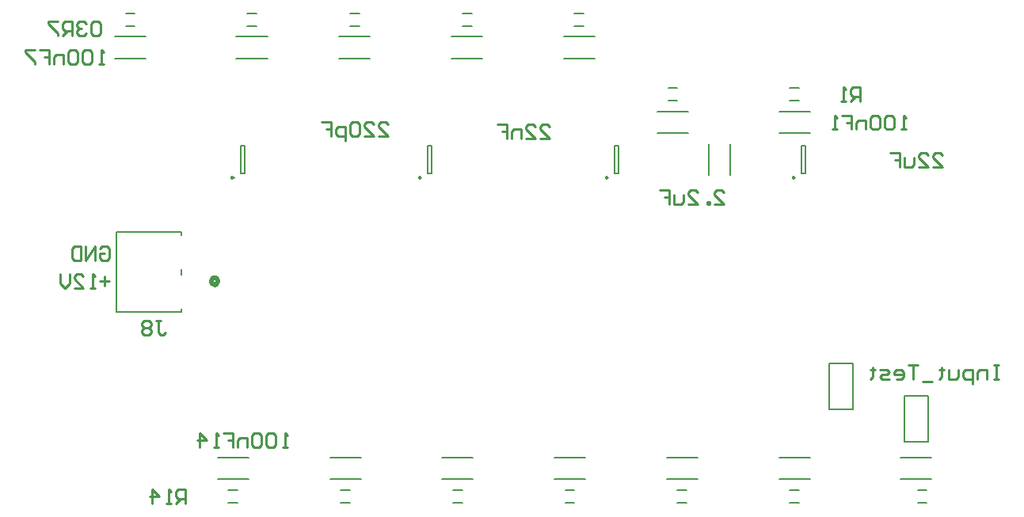
<source format=gbo>
G04*
G04 #@! TF.GenerationSoftware,Altium Limited,Altium Designer,21.1.1 (26)*
G04*
G04 Layer_Color=32896*
%FSLAX25Y25*%
%MOIN*%
G70*
G04*
G04 #@! TF.SameCoordinates,037F275B-A6FD-482A-AA4E-5CA96C5587D5*
G04*
G04*
G04 #@! TF.FilePolarity,Positive*
G04*
G01*
G75*
%ADD10C,0.00787*%
%ADD12C,0.01000*%
%ADD46C,0.02000*%
%ADD47C,0.00984*%
%ADD48C,0.00600*%
D10*
X463504Y201969D02*
Y214035D01*
Y209035D02*
Y221260D01*
X473504D01*
Y201969D02*
Y221260D01*
X463504Y201969D02*
X473504D01*
X167323Y363484D02*
X171260D01*
X167323Y368799D02*
X171260D01*
X162783Y349693D02*
X175800D01*
X162783Y358969D02*
X175800D01*
X446850Y331988D02*
X450787D01*
X446850Y337303D02*
X450787D01*
X500689Y162697D02*
X504626D01*
X500689Y168012D02*
X504626D01*
X493492Y181804D02*
X506508D01*
X493492Y172527D02*
X506508D01*
X210630Y168012D02*
X214567D01*
X210630Y162697D02*
X214567D01*
X206090Y172527D02*
X219107D01*
X206090Y181804D02*
X219107D01*
X213964Y358969D02*
X226981D01*
X213964Y349693D02*
X226981D01*
X218504Y368799D02*
X222441D01*
X218504Y363484D02*
X222441D01*
X257271Y358969D02*
X270288D01*
X257271Y349693D02*
X270288D01*
X261811Y368799D02*
X265748D01*
X261811Y363484D02*
X265748D01*
X304515Y358969D02*
X317532D01*
X304515Y349693D02*
X317532D01*
X309055Y368799D02*
X312992D01*
X309055Y363484D02*
X312992D01*
X351760Y358969D02*
X364776D01*
X351760Y349693D02*
X364776D01*
X356299Y368799D02*
X360236D01*
X356299Y363484D02*
X360236D01*
X391129Y327473D02*
X404146D01*
X391129Y318197D02*
X404146D01*
X395669Y337303D02*
X399606D01*
X395669Y331988D02*
X399606D01*
X442311Y327473D02*
X455327D01*
X442311Y318197D02*
X455327D01*
X446850Y162697D02*
X450787D01*
X446850Y168012D02*
X450787D01*
X442311Y181804D02*
X455327D01*
X442311Y172527D02*
X455327D01*
X399606Y162697D02*
X403543D01*
X399606Y168012D02*
X403543D01*
X395066Y181804D02*
X408083D01*
X395066Y172527D02*
X408083D01*
X352362Y162697D02*
X356299D01*
X352362Y168012D02*
X356299D01*
X347822Y181804D02*
X360839D01*
X347822Y172527D02*
X360839D01*
X305118Y162697D02*
X309055D01*
X305118Y168012D02*
X309055D01*
X300578Y181804D02*
X313595D01*
X300578Y172527D02*
X313595D01*
X257874Y162697D02*
X261811D01*
X257874Y168012D02*
X261811D01*
X253334Y181804D02*
X266351D01*
X253334Y172527D02*
X266351D01*
X495000Y188347D02*
X505000D01*
Y207638D01*
X495000D02*
X505000D01*
X495000Y195413D02*
Y207638D01*
Y188347D02*
Y200413D01*
X412685Y300578D02*
Y313595D01*
X421961Y300578D02*
Y313595D01*
X451968Y301181D02*
Y312992D01*
X453543Y301181D02*
Y312992D01*
X451968D02*
X453543D01*
X451968Y301181D02*
X453543D01*
X373228D02*
Y312992D01*
X374803Y301181D02*
Y312992D01*
X373228D02*
X374803D01*
X373228Y301181D02*
X374803D01*
X294488D02*
Y312992D01*
X296063Y301181D02*
Y312992D01*
X294488D02*
X296063D01*
X294488Y301181D02*
X296063D01*
X215748D02*
Y312992D01*
X217323Y301181D02*
Y312992D01*
X215748D02*
X217323D01*
X215748Y301181D02*
X217323D01*
D12*
X180104Y239187D02*
X182071D01*
X181088D01*
Y234267D01*
X182071Y233283D01*
X183055D01*
X184039Y234267D01*
X178136Y238203D02*
X177152Y239187D01*
X175184D01*
X174200Y238203D01*
Y237219D01*
X175184Y236235D01*
X174200Y235251D01*
Y234267D01*
X175184Y233283D01*
X177152D01*
X178136Y234267D01*
Y235251D01*
X177152Y236235D01*
X178136Y237219D01*
Y238203D01*
X177152Y236235D02*
X175184D01*
X156482Y269699D02*
X157466Y270683D01*
X159433D01*
X160417Y269699D01*
Y265763D01*
X159433Y264779D01*
X157466D01*
X156482Y265763D01*
Y267731D01*
X158449D01*
X154514Y264779D02*
Y270683D01*
X150578Y264779D01*
Y270683D01*
X148610D02*
Y264779D01*
X145658D01*
X144674Y265763D01*
Y269699D01*
X145658Y270683D01*
X148610D01*
X160417Y255920D02*
X156482D01*
X158449Y257888D02*
Y253952D01*
X154514Y252969D02*
X152546D01*
X153530D01*
Y258872D01*
X154514Y257888D01*
X145658Y252969D02*
X149594D01*
X145658Y256904D01*
Y257888D01*
X146642Y258872D01*
X148610D01*
X149594Y257888D01*
X143691Y258872D02*
Y254936D01*
X141723Y252969D01*
X139755Y254936D01*
Y258872D01*
X534865Y220534D02*
X532866D01*
X533866D01*
Y214536D01*
X534865D01*
X532866D01*
X529867D02*
Y218535D01*
X526868D01*
X525868Y217535D01*
Y214536D01*
X523869Y212537D02*
Y218535D01*
X520870D01*
X519870Y217535D01*
Y215536D01*
X520870Y214536D01*
X523869D01*
X517871Y218535D02*
Y215536D01*
X516871Y214536D01*
X513872D01*
Y218535D01*
X510873Y219534D02*
Y218535D01*
X511873D01*
X509873D01*
X510873D01*
Y215536D01*
X509873Y214536D01*
X506874Y213536D02*
X502876D01*
X500876Y220534D02*
X496878D01*
X498877D01*
Y214536D01*
X491879D02*
X493879D01*
X494878Y215536D01*
Y217535D01*
X493879Y218535D01*
X491879D01*
X490879Y217535D01*
Y216535D01*
X494878D01*
X488880Y214536D02*
X485881D01*
X484881Y215536D01*
X485881Y216535D01*
X487881D01*
X488880Y217535D01*
X487881Y218535D01*
X484881D01*
X481882Y219534D02*
Y218535D01*
X482882D01*
X480883D01*
X481882D01*
Y215536D01*
X480883Y214536D01*
X235529Y185977D02*
X233530D01*
X234530D01*
Y191975D01*
X235529Y190976D01*
X230531D02*
X229531Y191975D01*
X227532D01*
X226532Y190976D01*
Y186977D01*
X227532Y185977D01*
X229531D01*
X230531Y186977D01*
Y190976D01*
X224533D02*
X223533Y191975D01*
X221534D01*
X220534Y190976D01*
Y186977D01*
X221534Y185977D01*
X223533D01*
X224533Y186977D01*
Y190976D01*
X218535Y185977D02*
Y189976D01*
X215536D01*
X214536Y188976D01*
Y185977D01*
X208538Y191975D02*
X212537D01*
Y188976D01*
X210537D01*
X212537D01*
Y185977D01*
X206539D02*
X204539D01*
X205539D01*
Y191975D01*
X206539Y190976D01*
X198541Y185977D02*
Y191975D01*
X201540Y188976D01*
X197542D01*
X158227Y347395D02*
X156228D01*
X157227D01*
Y353393D01*
X158227Y352393D01*
X153229D02*
X152229Y353393D01*
X150230D01*
X149230Y352393D01*
Y348394D01*
X150230Y347395D01*
X152229D01*
X153229Y348394D01*
Y352393D01*
X147231D02*
X146231Y353393D01*
X144231D01*
X143232Y352393D01*
Y348394D01*
X144231Y347395D01*
X146231D01*
X147231Y348394D01*
Y352393D01*
X141232Y347395D02*
Y351393D01*
X138233D01*
X137234Y350394D01*
Y347395D01*
X131236Y353393D02*
X135234D01*
Y350394D01*
X133235D01*
X135234D01*
Y347395D01*
X129236Y353393D02*
X125238D01*
Y352393D01*
X129236Y348394D01*
Y347395D01*
X495810Y319836D02*
X493811D01*
X494810D01*
Y325834D01*
X495810Y324834D01*
X490812D02*
X489812Y325834D01*
X487813D01*
X486813Y324834D01*
Y320835D01*
X487813Y319836D01*
X489812D01*
X490812Y320835D01*
Y324834D01*
X484813D02*
X483814Y325834D01*
X481814D01*
X480815Y324834D01*
Y320835D01*
X481814Y319836D01*
X483814D01*
X484813Y320835D01*
Y324834D01*
X478815Y319836D02*
Y323834D01*
X475816D01*
X474817Y322835D01*
Y319836D01*
X468819Y325834D02*
X472817D01*
Y322835D01*
X470818D01*
X472817D01*
Y319836D01*
X466819D02*
X464820D01*
X465820D01*
Y325834D01*
X466819Y324834D01*
X192537Y162355D02*
Y168353D01*
X189538D01*
X188538Y167354D01*
Y165354D01*
X189538Y164355D01*
X192537D01*
X190538D02*
X188538Y162355D01*
X186539D02*
X184539D01*
X185539D01*
Y168353D01*
X186539Y167354D01*
X178542Y162355D02*
Y168353D01*
X181541Y165354D01*
X177542D01*
X156666Y364204D02*
X155666Y365204D01*
X153667D01*
X152667Y364204D01*
Y360205D01*
X153667Y359206D01*
X155666D01*
X156666Y360205D01*
Y364204D01*
X150668D02*
X149668Y365204D01*
X147669D01*
X146669Y364204D01*
Y363204D01*
X147669Y362205D01*
X148668D01*
X147669D01*
X146669Y361205D01*
Y360205D01*
X147669Y359206D01*
X149668D01*
X150668Y360205D01*
X144670Y359206D02*
Y365204D01*
X141671D01*
X140671Y364204D01*
Y362205D01*
X141671Y361205D01*
X144670D01*
X142670D02*
X140671Y359206D01*
X138672Y365204D02*
X134673D01*
Y364204D01*
X138672Y360205D01*
Y359206D01*
X476440Y331647D02*
Y337645D01*
X473441D01*
X472441Y336645D01*
Y334646D01*
X473441Y333646D01*
X476440D01*
X474440D02*
X472441Y331647D01*
X470442D02*
X468442D01*
X469442D01*
Y337645D01*
X470442Y336645D01*
X273776Y316898D02*
X277775D01*
X273776Y320897D01*
Y321897D01*
X274776Y322896D01*
X276775D01*
X277775Y321897D01*
X267778Y316898D02*
X271777D01*
X267778Y320897D01*
Y321897D01*
X268778Y322896D01*
X270777D01*
X271777Y321897D01*
X265779D02*
X264779Y322896D01*
X262780D01*
X261780Y321897D01*
Y317898D01*
X262780Y316898D01*
X264779D01*
X265779Y317898D01*
Y321897D01*
X259781Y314899D02*
Y320897D01*
X256782D01*
X255782Y319897D01*
Y317898D01*
X256782Y316898D01*
X259781D01*
X249784Y322896D02*
X253783D01*
Y319897D01*
X251783D01*
X253783D01*
Y316898D01*
X506998Y304088D02*
X510996D01*
X506998Y308086D01*
Y309086D01*
X507997Y310086D01*
X509997D01*
X510996Y309086D01*
X501000Y304088D02*
X504998D01*
X501000Y308086D01*
Y309086D01*
X501999Y310086D01*
X503999D01*
X504998Y309086D01*
X499000Y308086D02*
Y305087D01*
X498001Y304088D01*
X495002D01*
Y308086D01*
X489004Y310086D02*
X493002D01*
Y307087D01*
X491003D01*
X493002D01*
Y304088D01*
X341643Y315899D02*
X345642D01*
X341643Y319897D01*
Y320897D01*
X342643Y321897D01*
X344642D01*
X345642Y320897D01*
X335645Y315899D02*
X339644D01*
X335645Y319897D01*
Y320897D01*
X336645Y321897D01*
X338644D01*
X339644Y320897D01*
X333646Y315899D02*
Y319897D01*
X330647D01*
X329647Y318898D01*
Y315899D01*
X323649Y321897D02*
X327648D01*
Y318898D01*
X325649D01*
X327648D01*
Y315899D01*
X415009Y288340D02*
X419007D01*
X415009Y292338D01*
Y293338D01*
X416008Y294338D01*
X418008D01*
X419007Y293338D01*
X413009Y288340D02*
Y289339D01*
X412010D01*
Y288340D01*
X413009D01*
X404012D02*
X408011D01*
X404012Y292338D01*
Y293338D01*
X405012Y294338D01*
X407011D01*
X408011Y293338D01*
X402013Y292338D02*
Y289339D01*
X401013Y288340D01*
X398014D01*
Y292338D01*
X392016Y294338D02*
X396015D01*
Y291339D01*
X394016D01*
X396015D01*
Y288340D01*
D46*
X206224Y255906D02*
X205873Y256870D01*
X204985Y257383D01*
X203974Y257205D01*
X203315Y256418D01*
Y255393D01*
X203974Y254607D01*
X204985Y254428D01*
X205873Y254941D01*
X206224Y255906D01*
D47*
X448917Y299606D02*
X448179Y300032D01*
Y299180D01*
X448917Y299606D01*
X370177D02*
X369439Y300032D01*
Y299180D01*
X370177Y299606D01*
X291437D02*
X290699Y300032D01*
Y299180D01*
X291437Y299606D01*
X212697D02*
X211959Y300032D01*
Y299180D01*
X212697Y299606D01*
D48*
X190815Y243143D02*
Y244355D01*
X163515Y276542D02*
X190815D01*
X163515Y243143D02*
Y276542D01*
Y243143D02*
X190815D01*
Y275330D02*
Y276542D01*
Y258681D02*
Y261004D01*
M02*

</source>
